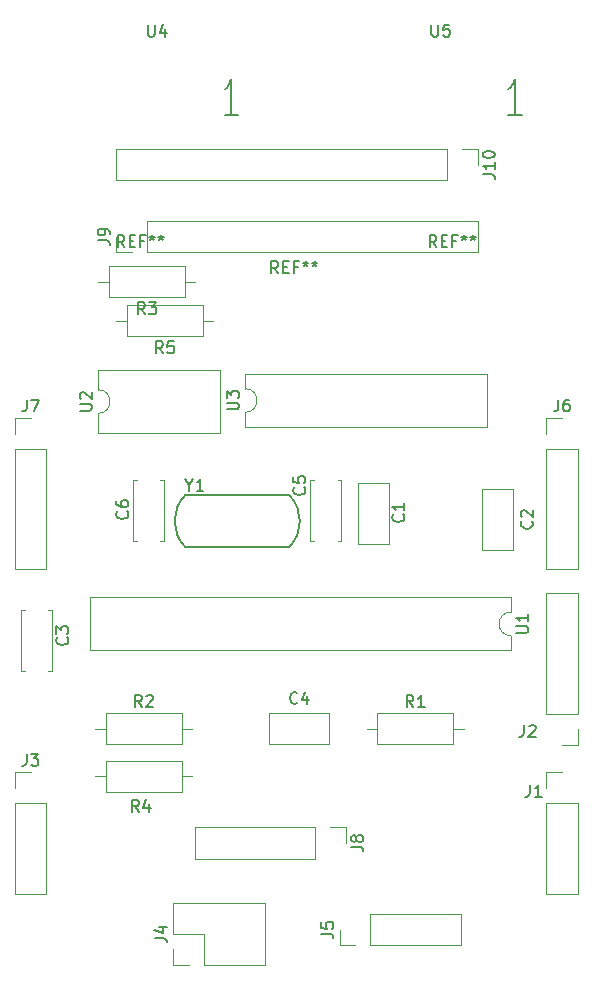
<source format=gto>
G04 #@! TF.FileFunction,Legend,Top*
%FSLAX46Y46*%
G04 Gerber Fmt 4.6, Leading zero omitted, Abs format (unit mm)*
G04 Created by KiCad (PCBNEW 4.0.7) date 10/16/17 21:23:38*
%MOMM*%
%LPD*%
G01*
G04 APERTURE LIST*
%ADD10C,0.100000*%
%ADD11C,0.120000*%
%ADD12C,0.150000*%
%ADD13C,0.200000*%
G04 APERTURE END LIST*
D10*
D11*
X142226000Y-93280000D02*
G75*
G02X142226000Y-95280000I0J-1000000D01*
G01*
X142226000Y-95280000D02*
X142226000Y-96930000D01*
X142226000Y-96930000D02*
X152506000Y-96930000D01*
X152506000Y-96930000D02*
X152506000Y-91630000D01*
X152506000Y-91630000D02*
X142226000Y-91630000D01*
X142226000Y-91630000D02*
X142226000Y-93280000D01*
X164190000Y-106310000D02*
X164190000Y-101190000D01*
X166810000Y-106310000D02*
X166810000Y-101190000D01*
X164190000Y-106310000D02*
X166810000Y-106310000D01*
X164190000Y-101190000D02*
X166810000Y-101190000D01*
X177310000Y-101690000D02*
X177310000Y-106810000D01*
X174690000Y-101690000D02*
X174690000Y-106810000D01*
X177310000Y-101690000D02*
X174690000Y-101690000D01*
X177310000Y-106810000D02*
X174690000Y-106810000D01*
X135690000Y-117060000D02*
X135690000Y-111940000D01*
X138310000Y-117060000D02*
X138310000Y-111940000D01*
X135690000Y-117060000D02*
X136004000Y-117060000D01*
X137996000Y-117060000D02*
X138310000Y-117060000D01*
X135690000Y-111940000D02*
X136004000Y-111940000D01*
X137996000Y-111940000D02*
X138310000Y-111940000D01*
X156690000Y-120690000D02*
X161810000Y-120690000D01*
X156690000Y-123310000D02*
X161810000Y-123310000D01*
X156690000Y-120690000D02*
X156690000Y-123310000D01*
X161810000Y-120690000D02*
X161810000Y-123310000D01*
X162810000Y-100940000D02*
X162810000Y-106060000D01*
X160190000Y-100940000D02*
X160190000Y-106060000D01*
X162810000Y-100940000D02*
X162496000Y-100940000D01*
X160504000Y-100940000D02*
X160190000Y-100940000D01*
X162810000Y-106060000D02*
X162496000Y-106060000D01*
X160504000Y-106060000D02*
X160190000Y-106060000D01*
X147810000Y-100940000D02*
X147810000Y-106060000D01*
X145190000Y-100940000D02*
X145190000Y-106060000D01*
X147810000Y-100940000D02*
X147496000Y-100940000D01*
X145504000Y-100940000D02*
X145190000Y-100940000D01*
X147810000Y-106060000D02*
X147496000Y-106060000D01*
X145504000Y-106060000D02*
X145190000Y-106060000D01*
X180170000Y-135950000D02*
X182830000Y-135950000D01*
X180170000Y-128270000D02*
X180170000Y-135950000D01*
X182830000Y-128270000D02*
X182830000Y-135950000D01*
X180170000Y-128270000D02*
X182830000Y-128270000D01*
X180170000Y-127000000D02*
X180170000Y-125670000D01*
X180170000Y-125670000D02*
X181500000Y-125670000D01*
X182830000Y-110510000D02*
X180170000Y-110510000D01*
X182830000Y-120730000D02*
X182830000Y-110510000D01*
X180170000Y-120730000D02*
X180170000Y-110510000D01*
X182830000Y-120730000D02*
X180170000Y-120730000D01*
X182830000Y-122000000D02*
X182830000Y-123330000D01*
X182830000Y-123330000D02*
X181500000Y-123330000D01*
X135170000Y-135950000D02*
X137830000Y-135950000D01*
X135170000Y-128270000D02*
X135170000Y-135950000D01*
X137830000Y-128270000D02*
X137830000Y-135950000D01*
X135170000Y-128270000D02*
X137830000Y-128270000D01*
X135170000Y-127000000D02*
X135170000Y-125670000D01*
X135170000Y-125670000D02*
X136500000Y-125670000D01*
X156316000Y-141965000D02*
X156316000Y-136765000D01*
X151176000Y-141965000D02*
X156316000Y-141965000D01*
X148576000Y-136765000D02*
X156316000Y-136765000D01*
X151176000Y-141965000D02*
X151176000Y-139365000D01*
X151176000Y-139365000D02*
X148576000Y-139365000D01*
X148576000Y-139365000D02*
X148576000Y-136765000D01*
X149906000Y-141965000D02*
X148576000Y-141965000D01*
X148576000Y-141965000D02*
X148576000Y-140635000D01*
X172950000Y-140330000D02*
X172950000Y-137670000D01*
X165270000Y-140330000D02*
X172950000Y-140330000D01*
X165270000Y-137670000D02*
X172950000Y-137670000D01*
X165270000Y-140330000D02*
X165270000Y-137670000D01*
X164000000Y-140330000D02*
X162670000Y-140330000D01*
X162670000Y-140330000D02*
X162670000Y-139000000D01*
X180170000Y-108490000D02*
X182830000Y-108490000D01*
X180170000Y-98270000D02*
X180170000Y-108490000D01*
X182830000Y-98270000D02*
X182830000Y-108490000D01*
X180170000Y-98270000D02*
X182830000Y-98270000D01*
X180170000Y-97000000D02*
X180170000Y-95670000D01*
X180170000Y-95670000D02*
X181500000Y-95670000D01*
X135170000Y-108490000D02*
X137830000Y-108490000D01*
X135170000Y-98270000D02*
X135170000Y-108490000D01*
X137830000Y-98270000D02*
X137830000Y-108490000D01*
X135170000Y-98270000D02*
X137830000Y-98270000D01*
X135170000Y-97000000D02*
X135170000Y-95670000D01*
X135170000Y-95670000D02*
X136500000Y-95670000D01*
X165870000Y-120690000D02*
X165870000Y-123310000D01*
X165870000Y-123310000D02*
X172290000Y-123310000D01*
X172290000Y-123310000D02*
X172290000Y-120690000D01*
X172290000Y-120690000D02*
X165870000Y-120690000D01*
X164980000Y-122000000D02*
X165870000Y-122000000D01*
X173180000Y-122000000D02*
X172290000Y-122000000D01*
X142870000Y-120690000D02*
X142870000Y-123310000D01*
X142870000Y-123310000D02*
X149290000Y-123310000D01*
X149290000Y-123310000D02*
X149290000Y-120690000D01*
X149290000Y-120690000D02*
X142870000Y-120690000D01*
X141980000Y-122000000D02*
X142870000Y-122000000D01*
X150180000Y-122000000D02*
X149290000Y-122000000D01*
X149560000Y-85430000D02*
X149560000Y-82810000D01*
X149560000Y-82810000D02*
X143140000Y-82810000D01*
X143140000Y-82810000D02*
X143140000Y-85430000D01*
X143140000Y-85430000D02*
X149560000Y-85430000D01*
X150450000Y-84120000D02*
X149560000Y-84120000D01*
X142250000Y-84120000D02*
X143140000Y-84120000D01*
X142870000Y-124690000D02*
X142870000Y-127310000D01*
X142870000Y-127310000D02*
X149290000Y-127310000D01*
X149290000Y-127310000D02*
X149290000Y-124690000D01*
X149290000Y-124690000D02*
X142870000Y-124690000D01*
X141980000Y-126000000D02*
X142870000Y-126000000D01*
X150180000Y-126000000D02*
X149290000Y-126000000D01*
X151084000Y-88732000D02*
X151084000Y-86112000D01*
X151084000Y-86112000D02*
X144664000Y-86112000D01*
X144664000Y-86112000D02*
X144664000Y-88732000D01*
X144664000Y-88732000D02*
X151084000Y-88732000D01*
X151974000Y-87422000D02*
X151084000Y-87422000D01*
X143774000Y-87422000D02*
X144664000Y-87422000D01*
X177176000Y-114108000D02*
G75*
G02X177176000Y-112108000I0J1000000D01*
G01*
X177176000Y-112108000D02*
X177176000Y-110858000D01*
X177176000Y-110858000D02*
X141496000Y-110858000D01*
X141496000Y-110858000D02*
X141496000Y-115358000D01*
X141496000Y-115358000D02*
X177176000Y-115358000D01*
X177176000Y-115358000D02*
X177176000Y-114108000D01*
X154670000Y-93190000D02*
G75*
G02X154670000Y-95190000I0J-1000000D01*
G01*
X154670000Y-95190000D02*
X154670000Y-96440000D01*
X154670000Y-96440000D02*
X175110000Y-96440000D01*
X175110000Y-96440000D02*
X175110000Y-91940000D01*
X175110000Y-91940000D02*
X154670000Y-91940000D01*
X154670000Y-91940000D02*
X154670000Y-93190000D01*
D12*
X158400000Y-102200000D02*
X149600000Y-102200000D01*
X158400000Y-106600000D02*
X149700000Y-106600000D01*
X149700000Y-106600000D02*
X149600000Y-106600000D01*
X149600000Y-102200000D02*
G75*
G03X149600000Y-106600000I2200000J-2200000D01*
G01*
X158400000Y-106600000D02*
G75*
G03X158400000Y-102200000I-2200000J2200000D01*
G01*
D11*
X150386000Y-130320000D02*
X150386000Y-132980000D01*
X160606000Y-130320000D02*
X150386000Y-130320000D01*
X160606000Y-132980000D02*
X150386000Y-132980000D01*
X160606000Y-130320000D02*
X160606000Y-132980000D01*
X161876000Y-130320000D02*
X163206000Y-130320000D01*
X163206000Y-130320000D02*
X163206000Y-131650000D01*
X174350000Y-81640000D02*
X174350000Y-78980000D01*
X146350000Y-81640000D02*
X174350000Y-81640000D01*
X146350000Y-78980000D02*
X174350000Y-78980000D01*
X146350000Y-81640000D02*
X146350000Y-78980000D01*
X145080000Y-81640000D02*
X143750000Y-81640000D01*
X143750000Y-81640000D02*
X143750000Y-80310000D01*
X143750000Y-72884000D02*
X143750000Y-75544000D01*
X171750000Y-72884000D02*
X143750000Y-72884000D01*
X171750000Y-75544000D02*
X143750000Y-75544000D01*
X171750000Y-72884000D02*
X171750000Y-75544000D01*
X173020000Y-72884000D02*
X174350000Y-72884000D01*
X174350000Y-72884000D02*
X174350000Y-74214000D01*
D12*
X140678381Y-95041905D02*
X141487905Y-95041905D01*
X141583143Y-94994286D01*
X141630762Y-94946667D01*
X141678381Y-94851429D01*
X141678381Y-94660952D01*
X141630762Y-94565714D01*
X141583143Y-94518095D01*
X141487905Y-94470476D01*
X140678381Y-94470476D01*
X140773619Y-94041905D02*
X140726000Y-93994286D01*
X140678381Y-93899048D01*
X140678381Y-93660952D01*
X140726000Y-93565714D01*
X140773619Y-93518095D01*
X140868857Y-93470476D01*
X140964095Y-93470476D01*
X141106952Y-93518095D01*
X141678381Y-94089524D01*
X141678381Y-93470476D01*
X168043143Y-103844666D02*
X168090762Y-103892285D01*
X168138381Y-104035142D01*
X168138381Y-104130380D01*
X168090762Y-104273238D01*
X167995524Y-104368476D01*
X167900286Y-104416095D01*
X167709810Y-104463714D01*
X167566952Y-104463714D01*
X167376476Y-104416095D01*
X167281238Y-104368476D01*
X167186000Y-104273238D01*
X167138381Y-104130380D01*
X167138381Y-104035142D01*
X167186000Y-103892285D01*
X167233619Y-103844666D01*
X168138381Y-102892285D02*
X168138381Y-103463714D01*
X168138381Y-103178000D02*
X167138381Y-103178000D01*
X167281238Y-103273238D01*
X167376476Y-103368476D01*
X167424095Y-103463714D01*
X178917143Y-104416666D02*
X178964762Y-104464285D01*
X179012381Y-104607142D01*
X179012381Y-104702380D01*
X178964762Y-104845238D01*
X178869524Y-104940476D01*
X178774286Y-104988095D01*
X178583810Y-105035714D01*
X178440952Y-105035714D01*
X178250476Y-104988095D01*
X178155238Y-104940476D01*
X178060000Y-104845238D01*
X178012381Y-104702380D01*
X178012381Y-104607142D01*
X178060000Y-104464285D01*
X178107619Y-104416666D01*
X178107619Y-104035714D02*
X178060000Y-103988095D01*
X178012381Y-103892857D01*
X178012381Y-103654761D01*
X178060000Y-103559523D01*
X178107619Y-103511904D01*
X178202857Y-103464285D01*
X178298095Y-103464285D01*
X178440952Y-103511904D01*
X179012381Y-104083333D01*
X179012381Y-103464285D01*
X139595143Y-114258666D02*
X139642762Y-114306285D01*
X139690381Y-114449142D01*
X139690381Y-114544380D01*
X139642762Y-114687238D01*
X139547524Y-114782476D01*
X139452286Y-114830095D01*
X139261810Y-114877714D01*
X139118952Y-114877714D01*
X138928476Y-114830095D01*
X138833238Y-114782476D01*
X138738000Y-114687238D01*
X138690381Y-114544380D01*
X138690381Y-114449142D01*
X138738000Y-114306285D01*
X138785619Y-114258666D01*
X138690381Y-113925333D02*
X138690381Y-113306285D01*
X139071333Y-113639619D01*
X139071333Y-113496761D01*
X139118952Y-113401523D01*
X139166571Y-113353904D01*
X139261810Y-113306285D01*
X139499905Y-113306285D01*
X139595143Y-113353904D01*
X139642762Y-113401523D01*
X139690381Y-113496761D01*
X139690381Y-113782476D01*
X139642762Y-113877714D01*
X139595143Y-113925333D01*
X159083334Y-119797143D02*
X159035715Y-119844762D01*
X158892858Y-119892381D01*
X158797620Y-119892381D01*
X158654762Y-119844762D01*
X158559524Y-119749524D01*
X158511905Y-119654286D01*
X158464286Y-119463810D01*
X158464286Y-119320952D01*
X158511905Y-119130476D01*
X158559524Y-119035238D01*
X158654762Y-118940000D01*
X158797620Y-118892381D01*
X158892858Y-118892381D01*
X159035715Y-118940000D01*
X159083334Y-118987619D01*
X159940477Y-119225714D02*
X159940477Y-119892381D01*
X159702381Y-118844762D02*
X159464286Y-119559048D01*
X160083334Y-119559048D01*
X159661143Y-101558666D02*
X159708762Y-101606285D01*
X159756381Y-101749142D01*
X159756381Y-101844380D01*
X159708762Y-101987238D01*
X159613524Y-102082476D01*
X159518286Y-102130095D01*
X159327810Y-102177714D01*
X159184952Y-102177714D01*
X158994476Y-102130095D01*
X158899238Y-102082476D01*
X158804000Y-101987238D01*
X158756381Y-101844380D01*
X158756381Y-101749142D01*
X158804000Y-101606285D01*
X158851619Y-101558666D01*
X158756381Y-100653904D02*
X158756381Y-101130095D01*
X159232571Y-101177714D01*
X159184952Y-101130095D01*
X159137333Y-101034857D01*
X159137333Y-100796761D01*
X159184952Y-100701523D01*
X159232571Y-100653904D01*
X159327810Y-100606285D01*
X159565905Y-100606285D01*
X159661143Y-100653904D01*
X159708762Y-100701523D01*
X159756381Y-100796761D01*
X159756381Y-101034857D01*
X159708762Y-101130095D01*
X159661143Y-101177714D01*
X144675143Y-103590666D02*
X144722762Y-103638285D01*
X144770381Y-103781142D01*
X144770381Y-103876380D01*
X144722762Y-104019238D01*
X144627524Y-104114476D01*
X144532286Y-104162095D01*
X144341810Y-104209714D01*
X144198952Y-104209714D01*
X144008476Y-104162095D01*
X143913238Y-104114476D01*
X143818000Y-104019238D01*
X143770381Y-103876380D01*
X143770381Y-103781142D01*
X143818000Y-103638285D01*
X143865619Y-103590666D01*
X143770381Y-102733523D02*
X143770381Y-102924000D01*
X143818000Y-103019238D01*
X143865619Y-103066857D01*
X144008476Y-103162095D01*
X144198952Y-103209714D01*
X144579905Y-103209714D01*
X144675143Y-103162095D01*
X144722762Y-103114476D01*
X144770381Y-103019238D01*
X144770381Y-102828761D01*
X144722762Y-102733523D01*
X144675143Y-102685904D01*
X144579905Y-102638285D01*
X144341810Y-102638285D01*
X144246571Y-102685904D01*
X144198952Y-102733523D01*
X144151333Y-102828761D01*
X144151333Y-103019238D01*
X144198952Y-103114476D01*
X144246571Y-103162095D01*
X144341810Y-103209714D01*
X178782667Y-126752381D02*
X178782667Y-127466667D01*
X178735047Y-127609524D01*
X178639809Y-127704762D01*
X178496952Y-127752381D01*
X178401714Y-127752381D01*
X179782667Y-127752381D02*
X179211238Y-127752381D01*
X179496952Y-127752381D02*
X179496952Y-126752381D01*
X179401714Y-126895238D01*
X179306476Y-126990476D01*
X179211238Y-127038095D01*
X178274667Y-121672381D02*
X178274667Y-122386667D01*
X178227047Y-122529524D01*
X178131809Y-122624762D01*
X177988952Y-122672381D01*
X177893714Y-122672381D01*
X178703238Y-121767619D02*
X178750857Y-121720000D01*
X178846095Y-121672381D01*
X179084191Y-121672381D01*
X179179429Y-121720000D01*
X179227048Y-121767619D01*
X179274667Y-121862857D01*
X179274667Y-121958095D01*
X179227048Y-122100952D01*
X178655619Y-122672381D01*
X179274667Y-122672381D01*
X136166667Y-124122381D02*
X136166667Y-124836667D01*
X136119047Y-124979524D01*
X136023809Y-125074762D01*
X135880952Y-125122381D01*
X135785714Y-125122381D01*
X136547619Y-124122381D02*
X137166667Y-124122381D01*
X136833333Y-124503333D01*
X136976191Y-124503333D01*
X137071429Y-124550952D01*
X137119048Y-124598571D01*
X137166667Y-124693810D01*
X137166667Y-124931905D01*
X137119048Y-125027143D01*
X137071429Y-125074762D01*
X136976191Y-125122381D01*
X136690476Y-125122381D01*
X136595238Y-125074762D01*
X136547619Y-125027143D01*
X147028381Y-139698333D02*
X147742667Y-139698333D01*
X147885524Y-139745953D01*
X147980762Y-139841191D01*
X148028381Y-139984048D01*
X148028381Y-140079286D01*
X147361714Y-138793571D02*
X148028381Y-138793571D01*
X146980762Y-139031667D02*
X147695048Y-139269762D01*
X147695048Y-138650714D01*
X161122381Y-139333333D02*
X161836667Y-139333333D01*
X161979524Y-139380953D01*
X162074762Y-139476191D01*
X162122381Y-139619048D01*
X162122381Y-139714286D01*
X161122381Y-138380952D02*
X161122381Y-138857143D01*
X161598571Y-138904762D01*
X161550952Y-138857143D01*
X161503333Y-138761905D01*
X161503333Y-138523809D01*
X161550952Y-138428571D01*
X161598571Y-138380952D01*
X161693810Y-138333333D01*
X161931905Y-138333333D01*
X162027143Y-138380952D01*
X162074762Y-138428571D01*
X162122381Y-138523809D01*
X162122381Y-138761905D01*
X162074762Y-138857143D01*
X162027143Y-138904762D01*
X181166667Y-94122381D02*
X181166667Y-94836667D01*
X181119047Y-94979524D01*
X181023809Y-95074762D01*
X180880952Y-95122381D01*
X180785714Y-95122381D01*
X182071429Y-94122381D02*
X181880952Y-94122381D01*
X181785714Y-94170000D01*
X181738095Y-94217619D01*
X181642857Y-94360476D01*
X181595238Y-94550952D01*
X181595238Y-94931905D01*
X181642857Y-95027143D01*
X181690476Y-95074762D01*
X181785714Y-95122381D01*
X181976191Y-95122381D01*
X182071429Y-95074762D01*
X182119048Y-95027143D01*
X182166667Y-94931905D01*
X182166667Y-94693810D01*
X182119048Y-94598571D01*
X182071429Y-94550952D01*
X181976191Y-94503333D01*
X181785714Y-94503333D01*
X181690476Y-94550952D01*
X181642857Y-94598571D01*
X181595238Y-94693810D01*
X136166667Y-94122381D02*
X136166667Y-94836667D01*
X136119047Y-94979524D01*
X136023809Y-95074762D01*
X135880952Y-95122381D01*
X135785714Y-95122381D01*
X136547619Y-94122381D02*
X137214286Y-94122381D01*
X136785714Y-95122381D01*
X168913334Y-120142381D02*
X168580000Y-119666190D01*
X168341905Y-120142381D02*
X168341905Y-119142381D01*
X168722858Y-119142381D01*
X168818096Y-119190000D01*
X168865715Y-119237619D01*
X168913334Y-119332857D01*
X168913334Y-119475714D01*
X168865715Y-119570952D01*
X168818096Y-119618571D01*
X168722858Y-119666190D01*
X168341905Y-119666190D01*
X169865715Y-120142381D02*
X169294286Y-120142381D01*
X169580000Y-120142381D02*
X169580000Y-119142381D01*
X169484762Y-119285238D01*
X169389524Y-119380476D01*
X169294286Y-119428095D01*
X145913334Y-120142381D02*
X145580000Y-119666190D01*
X145341905Y-120142381D02*
X145341905Y-119142381D01*
X145722858Y-119142381D01*
X145818096Y-119190000D01*
X145865715Y-119237619D01*
X145913334Y-119332857D01*
X145913334Y-119475714D01*
X145865715Y-119570952D01*
X145818096Y-119618571D01*
X145722858Y-119666190D01*
X145341905Y-119666190D01*
X146294286Y-119237619D02*
X146341905Y-119190000D01*
X146437143Y-119142381D01*
X146675239Y-119142381D01*
X146770477Y-119190000D01*
X146818096Y-119237619D01*
X146865715Y-119332857D01*
X146865715Y-119428095D01*
X146818096Y-119570952D01*
X146246667Y-120142381D01*
X146865715Y-120142381D01*
X146183334Y-86882381D02*
X145850000Y-86406190D01*
X145611905Y-86882381D02*
X145611905Y-85882381D01*
X145992858Y-85882381D01*
X146088096Y-85930000D01*
X146135715Y-85977619D01*
X146183334Y-86072857D01*
X146183334Y-86215714D01*
X146135715Y-86310952D01*
X146088096Y-86358571D01*
X145992858Y-86406190D01*
X145611905Y-86406190D01*
X146516667Y-85882381D02*
X147135715Y-85882381D01*
X146802381Y-86263333D01*
X146945239Y-86263333D01*
X147040477Y-86310952D01*
X147088096Y-86358571D01*
X147135715Y-86453810D01*
X147135715Y-86691905D01*
X147088096Y-86787143D01*
X147040477Y-86834762D01*
X146945239Y-86882381D01*
X146659524Y-86882381D01*
X146564286Y-86834762D01*
X146516667Y-86787143D01*
X145675334Y-129022381D02*
X145342000Y-128546190D01*
X145103905Y-129022381D02*
X145103905Y-128022381D01*
X145484858Y-128022381D01*
X145580096Y-128070000D01*
X145627715Y-128117619D01*
X145675334Y-128212857D01*
X145675334Y-128355714D01*
X145627715Y-128450952D01*
X145580096Y-128498571D01*
X145484858Y-128546190D01*
X145103905Y-128546190D01*
X146532477Y-128355714D02*
X146532477Y-129022381D01*
X146294381Y-127974762D02*
X146056286Y-128689048D01*
X146675334Y-128689048D01*
X147707334Y-90184381D02*
X147374000Y-89708190D01*
X147135905Y-90184381D02*
X147135905Y-89184381D01*
X147516858Y-89184381D01*
X147612096Y-89232000D01*
X147659715Y-89279619D01*
X147707334Y-89374857D01*
X147707334Y-89517714D01*
X147659715Y-89612952D01*
X147612096Y-89660571D01*
X147516858Y-89708190D01*
X147135905Y-89708190D01*
X148612096Y-89184381D02*
X148135905Y-89184381D01*
X148088286Y-89660571D01*
X148135905Y-89612952D01*
X148231143Y-89565333D01*
X148469239Y-89565333D01*
X148564477Y-89612952D01*
X148612096Y-89660571D01*
X148659715Y-89755810D01*
X148659715Y-89993905D01*
X148612096Y-90089143D01*
X148564477Y-90136762D01*
X148469239Y-90184381D01*
X148231143Y-90184381D01*
X148135905Y-90136762D01*
X148088286Y-90089143D01*
X177628381Y-113869905D02*
X178437905Y-113869905D01*
X178533143Y-113822286D01*
X178580762Y-113774667D01*
X178628381Y-113679429D01*
X178628381Y-113488952D01*
X178580762Y-113393714D01*
X178533143Y-113346095D01*
X178437905Y-113298476D01*
X177628381Y-113298476D01*
X178628381Y-112298476D02*
X178628381Y-112869905D01*
X178628381Y-112584191D02*
X177628381Y-112584191D01*
X177771238Y-112679429D01*
X177866476Y-112774667D01*
X177914095Y-112869905D01*
X153122381Y-94951905D02*
X153931905Y-94951905D01*
X154027143Y-94904286D01*
X154074762Y-94856667D01*
X154122381Y-94761429D01*
X154122381Y-94570952D01*
X154074762Y-94475714D01*
X154027143Y-94428095D01*
X153931905Y-94380476D01*
X153122381Y-94380476D01*
X153122381Y-93999524D02*
X153122381Y-93380476D01*
X153503333Y-93713810D01*
X153503333Y-93570952D01*
X153550952Y-93475714D01*
X153598571Y-93428095D01*
X153693810Y-93380476D01*
X153931905Y-93380476D01*
X154027143Y-93428095D01*
X154074762Y-93475714D01*
X154122381Y-93570952D01*
X154122381Y-93856667D01*
X154074762Y-93951905D01*
X154027143Y-93999524D01*
X146438095Y-62378381D02*
X146438095Y-63187905D01*
X146485714Y-63283143D01*
X146533333Y-63330762D01*
X146628571Y-63378381D01*
X146819048Y-63378381D01*
X146914286Y-63330762D01*
X146961905Y-63283143D01*
X147009524Y-63187905D01*
X147009524Y-62378381D01*
X147914286Y-62711714D02*
X147914286Y-63378381D01*
X147676190Y-62330762D02*
X147438095Y-63045048D01*
X148057143Y-63045048D01*
D13*
X154071429Y-69983143D02*
X152928571Y-69983143D01*
X153500000Y-69983143D02*
X153500000Y-66983143D01*
X153309524Y-67411714D01*
X153119048Y-67697429D01*
X152928571Y-67840286D01*
D12*
X170438095Y-62378381D02*
X170438095Y-63187905D01*
X170485714Y-63283143D01*
X170533333Y-63330762D01*
X170628571Y-63378381D01*
X170819048Y-63378381D01*
X170914286Y-63330762D01*
X170961905Y-63283143D01*
X171009524Y-63187905D01*
X171009524Y-62378381D01*
X171961905Y-62378381D02*
X171485714Y-62378381D01*
X171438095Y-62854571D01*
X171485714Y-62806952D01*
X171580952Y-62759333D01*
X171819048Y-62759333D01*
X171914286Y-62806952D01*
X171961905Y-62854571D01*
X172009524Y-62949810D01*
X172009524Y-63187905D01*
X171961905Y-63283143D01*
X171914286Y-63330762D01*
X171819048Y-63378381D01*
X171580952Y-63378381D01*
X171485714Y-63330762D01*
X171438095Y-63283143D01*
D13*
X178071429Y-69983143D02*
X176928571Y-69983143D01*
X177500000Y-69983143D02*
X177500000Y-66983143D01*
X177309524Y-67411714D01*
X177119048Y-67697429D01*
X176928571Y-67840286D01*
D12*
X149937809Y-101368190D02*
X149937809Y-101844381D01*
X149604476Y-100844381D02*
X149937809Y-101368190D01*
X150271143Y-100844381D01*
X151128286Y-101844381D02*
X150556857Y-101844381D01*
X150842571Y-101844381D02*
X150842571Y-100844381D01*
X150747333Y-100987238D01*
X150652095Y-101082476D01*
X150556857Y-101130095D01*
X163658381Y-131983333D02*
X164372667Y-131983333D01*
X164515524Y-132030953D01*
X164610762Y-132126191D01*
X164658381Y-132269048D01*
X164658381Y-132364286D01*
X164086952Y-131364286D02*
X164039333Y-131459524D01*
X163991714Y-131507143D01*
X163896476Y-131554762D01*
X163848857Y-131554762D01*
X163753619Y-131507143D01*
X163706000Y-131459524D01*
X163658381Y-131364286D01*
X163658381Y-131173809D01*
X163706000Y-131078571D01*
X163753619Y-131030952D01*
X163848857Y-130983333D01*
X163896476Y-130983333D01*
X163991714Y-131030952D01*
X164039333Y-131078571D01*
X164086952Y-131173809D01*
X164086952Y-131364286D01*
X164134571Y-131459524D01*
X164182190Y-131507143D01*
X164277429Y-131554762D01*
X164467905Y-131554762D01*
X164563143Y-131507143D01*
X164610762Y-131459524D01*
X164658381Y-131364286D01*
X164658381Y-131173809D01*
X164610762Y-131078571D01*
X164563143Y-131030952D01*
X164467905Y-130983333D01*
X164277429Y-130983333D01*
X164182190Y-131030952D01*
X164134571Y-131078571D01*
X164086952Y-131173809D01*
X142202381Y-80643333D02*
X142916667Y-80643333D01*
X143059524Y-80690953D01*
X143154762Y-80786191D01*
X143202381Y-80929048D01*
X143202381Y-81024286D01*
X143202381Y-80119524D02*
X143202381Y-79929048D01*
X143154762Y-79833809D01*
X143107143Y-79786190D01*
X142964286Y-79690952D01*
X142773810Y-79643333D01*
X142392857Y-79643333D01*
X142297619Y-79690952D01*
X142250000Y-79738571D01*
X142202381Y-79833809D01*
X142202381Y-80024286D01*
X142250000Y-80119524D01*
X142297619Y-80167143D01*
X142392857Y-80214762D01*
X142630952Y-80214762D01*
X142726190Y-80167143D01*
X142773810Y-80119524D01*
X142821429Y-80024286D01*
X142821429Y-79833809D01*
X142773810Y-79738571D01*
X142726190Y-79690952D01*
X142630952Y-79643333D01*
X174802381Y-75023523D02*
X175516667Y-75023523D01*
X175659524Y-75071143D01*
X175754762Y-75166381D01*
X175802381Y-75309238D01*
X175802381Y-75404476D01*
X175802381Y-74023523D02*
X175802381Y-74594952D01*
X175802381Y-74309238D02*
X174802381Y-74309238D01*
X174945238Y-74404476D01*
X175040476Y-74499714D01*
X175088095Y-74594952D01*
X174802381Y-73404476D02*
X174802381Y-73309237D01*
X174850000Y-73213999D01*
X174897619Y-73166380D01*
X174992857Y-73118761D01*
X175183333Y-73071142D01*
X175421429Y-73071142D01*
X175611905Y-73118761D01*
X175707143Y-73166380D01*
X175754762Y-73213999D01*
X175802381Y-73309237D01*
X175802381Y-73404476D01*
X175754762Y-73499714D01*
X175707143Y-73547333D01*
X175611905Y-73594952D01*
X175421429Y-73642571D01*
X175183333Y-73642571D01*
X174992857Y-73594952D01*
X174897619Y-73547333D01*
X174850000Y-73499714D01*
X174802381Y-73404476D01*
X144454667Y-81214381D02*
X144121333Y-80738190D01*
X143883238Y-81214381D02*
X143883238Y-80214381D01*
X144264191Y-80214381D01*
X144359429Y-80262000D01*
X144407048Y-80309619D01*
X144454667Y-80404857D01*
X144454667Y-80547714D01*
X144407048Y-80642952D01*
X144359429Y-80690571D01*
X144264191Y-80738190D01*
X143883238Y-80738190D01*
X144883238Y-80690571D02*
X145216572Y-80690571D01*
X145359429Y-81214381D02*
X144883238Y-81214381D01*
X144883238Y-80214381D01*
X145359429Y-80214381D01*
X146121334Y-80690571D02*
X145788000Y-80690571D01*
X145788000Y-81214381D02*
X145788000Y-80214381D01*
X146264191Y-80214381D01*
X146788000Y-80214381D02*
X146788000Y-80452476D01*
X146549905Y-80357238D02*
X146788000Y-80452476D01*
X147026096Y-80357238D01*
X146645143Y-80642952D02*
X146788000Y-80452476D01*
X146930858Y-80642952D01*
X147549905Y-80214381D02*
X147549905Y-80452476D01*
X147311810Y-80357238D02*
X147549905Y-80452476D01*
X147788001Y-80357238D01*
X147407048Y-80642952D02*
X147549905Y-80452476D01*
X147692763Y-80642952D01*
X170870667Y-81214381D02*
X170537333Y-80738190D01*
X170299238Y-81214381D02*
X170299238Y-80214381D01*
X170680191Y-80214381D01*
X170775429Y-80262000D01*
X170823048Y-80309619D01*
X170870667Y-80404857D01*
X170870667Y-80547714D01*
X170823048Y-80642952D01*
X170775429Y-80690571D01*
X170680191Y-80738190D01*
X170299238Y-80738190D01*
X171299238Y-80690571D02*
X171632572Y-80690571D01*
X171775429Y-81214381D02*
X171299238Y-81214381D01*
X171299238Y-80214381D01*
X171775429Y-80214381D01*
X172537334Y-80690571D02*
X172204000Y-80690571D01*
X172204000Y-81214381D02*
X172204000Y-80214381D01*
X172680191Y-80214381D01*
X173204000Y-80214381D02*
X173204000Y-80452476D01*
X172965905Y-80357238D02*
X173204000Y-80452476D01*
X173442096Y-80357238D01*
X173061143Y-80642952D02*
X173204000Y-80452476D01*
X173346858Y-80642952D01*
X173965905Y-80214381D02*
X173965905Y-80452476D01*
X173727810Y-80357238D02*
X173965905Y-80452476D01*
X174204001Y-80357238D01*
X173823048Y-80642952D02*
X173965905Y-80452476D01*
X174108763Y-80642952D01*
X157462667Y-83414381D02*
X157129333Y-82938190D01*
X156891238Y-83414381D02*
X156891238Y-82414381D01*
X157272191Y-82414381D01*
X157367429Y-82462000D01*
X157415048Y-82509619D01*
X157462667Y-82604857D01*
X157462667Y-82747714D01*
X157415048Y-82842952D01*
X157367429Y-82890571D01*
X157272191Y-82938190D01*
X156891238Y-82938190D01*
X157891238Y-82890571D02*
X158224572Y-82890571D01*
X158367429Y-83414381D02*
X157891238Y-83414381D01*
X157891238Y-82414381D01*
X158367429Y-82414381D01*
X159129334Y-82890571D02*
X158796000Y-82890571D01*
X158796000Y-83414381D02*
X158796000Y-82414381D01*
X159272191Y-82414381D01*
X159796000Y-82414381D02*
X159796000Y-82652476D01*
X159557905Y-82557238D02*
X159796000Y-82652476D01*
X160034096Y-82557238D01*
X159653143Y-82842952D02*
X159796000Y-82652476D01*
X159938858Y-82842952D01*
X160557905Y-82414381D02*
X160557905Y-82652476D01*
X160319810Y-82557238D02*
X160557905Y-82652476D01*
X160796001Y-82557238D01*
X160415048Y-82842952D02*
X160557905Y-82652476D01*
X160700763Y-82842952D01*
M02*

</source>
